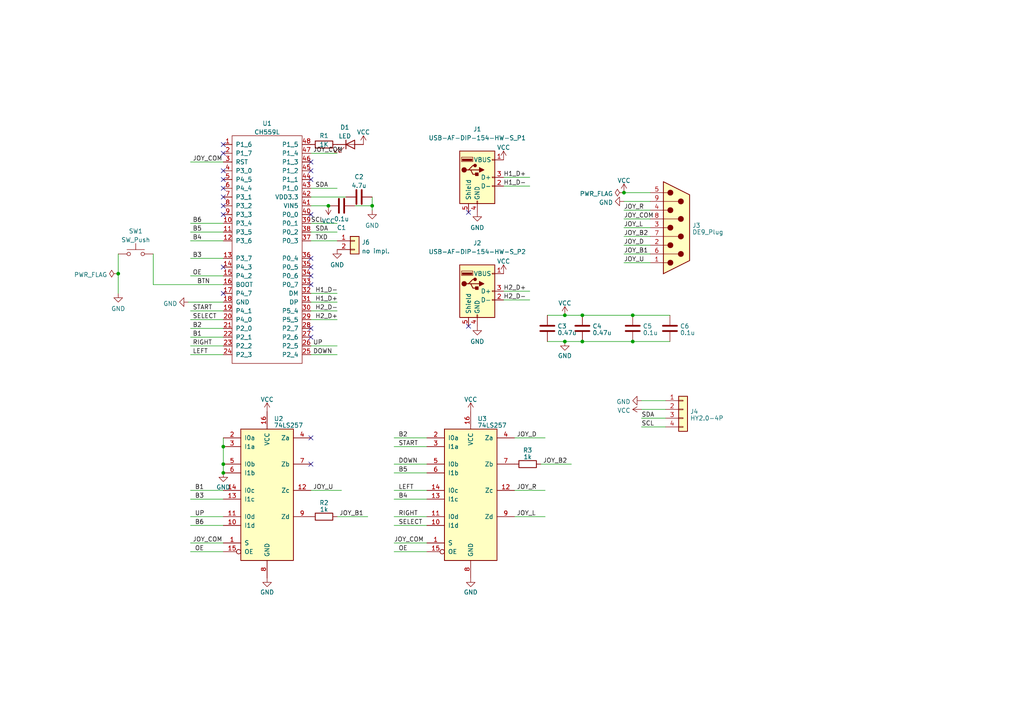
<source format=kicad_sch>
(kicad_sch (version 20230121) (generator eeschema)
  (paper "A4")
  (lib_symbols
    (symbol "74xx:74LS257" (pin_names (offset 1.016))
      (property "Reference" "U" (at -7.62 19.05 0))
      (property "Value" "74LS257" (at -7.62 -21.59 0))
      (symbol "74LS257_1_0"
        (pin input line (at -12.7 -15.24 0) (length 5.08) (name "S") (number "1"))
        (pin input line (at -12.7 -10.16 0) (length 5.08) (name "I1d") (number "10"))
        (pin input line (at -12.7 -7.62 0) (length 5.08) (name "I0d") (number "11"))
        (pin tri_state line (at 12.7 0 180) (length 5.08) (name "Zc") (number "12"))
        (pin input line (at -12.7 -2.54 0) (length 5.08) (name "I1c") (number "13"))
        (pin input line (at -12.7 0 0) (length 5.08) (name "I0c") (number "14"))
        (pin input inverted (at -12.7 -17.78 0) (length 5.08) (name "OE") (number "15"))
        (pin power_in line (at 0 22.86 270) (length 5.08) (name "VCC") (number "16"))
        (pin input line (at -12.7 15.24 0) (length 5.08) (name "I0a") (number "2"))
        (pin input line (at -12.7 12.7 0) (length 5.08) (name "I1a") (number "3"))
        (pin tri_state line (at 12.7 15.24 180) (length 5.08) (name "Za") (number "4"))
        (pin input line (at -12.7 7.62 0) (length 5.08) (name "I0b") (number "5"))
        (pin input line (at -12.7 5.08 0) (length 5.08) (name "I1b") (number "6"))
        (pin tri_state line (at 12.7 7.62 180) (length 5.08) (name "Zb") (number "7"))
        (pin power_in line (at 0 -25.4 90) (length 5.08) (name "GND") (number "8"))
        (pin tri_state line (at 12.7 -7.62 180) (length 5.08) (name "Zd") (number "9"))
      )
      (symbol "74LS257_1_1"
        (rectangle (start -7.62 17.78) (end 7.62 -20.32) (stroke (width 0.254)) (fill (type background)))
      )
    )
    (symbol "Connector:DE9_Plug" (pin_names (offset 1.016) hide)
      (property "Reference" "J" (at 0 13.97 0))
      (property "Value" "DE9_Plug" (at 0 -14.605 0))
      (symbol "DE9_Plug_0_1"
        (circle (center -1.778 -10.16) (radius 0.762) (fill (type outline)))
        (circle (center -1.778 -5.08) (radius 0.762) (fill (type outline)))
        (circle (center -1.778 0) (radius 0.762) (fill (type outline)))
        (circle (center -1.778 5.08) (radius 0.762) (fill (type outline)))
        (circle (center -1.778 10.16) (radius 0.762) (fill (type outline)))
        (polyline (pts (xy -3.81 -10.16) (xy -2.54 -10.16)))
        (polyline (pts (xy -3.81 -7.62) (xy 0.508 -7.62)))
        (polyline (pts (xy -3.81 -5.08) (xy -2.54 -5.08)))
        (polyline (pts (xy -3.81 -2.54) (xy 0.508 -2.54)))
        (polyline (pts (xy -3.81 0) (xy -2.54 0)))
        (polyline (pts (xy -3.81 2.54) (xy 0.508 2.54)))
        (polyline (pts (xy -3.81 5.08) (xy -2.54 5.08)))
        (polyline (pts (xy -3.81 7.62) (xy 0.508 7.62)))
        (polyline (pts (xy -3.81 10.16) (xy -2.54 10.16)))
        (polyline (pts (xy -3.81 -13.335) (xy -3.81 13.335) (xy 3.81 9.525) (xy 3.81 -9.525) (xy -3.81 -13.335)) (stroke (width 0.254)) (fill (type background)))
        (circle (center 1.27 -7.62) (radius 0.762) (fill (type outline)))
        (circle (center 1.27 -2.54) (radius 0.762) (fill (type outline)))
        (circle (center 1.27 2.54) (radius 0.762) (fill (type outline)))
        (circle (center 1.27 7.62) (radius 0.762) (fill (type outline)))
      )
      (symbol "DE9_Plug_1_1"
        (pin passive line (at -7.62 -10.16 0) (length 3.81) (name "1") (number "1"))
        (pin passive line (at -7.62 -5.08 0) (length 3.81) (name "2") (number "2"))
        (pin passive line (at -7.62 0 0) (length 3.81) (name "3") (number "3"))
        (pin passive line (at -7.62 5.08 0) (length 3.81) (name "4") (number "4"))
        (pin passive line (at -7.62 10.16 0) (length 3.81) (name "5") (number "5"))
        (pin passive line (at -7.62 -7.62 0) (length 3.81) (name "6") (number "6"))
        (pin passive line (at -7.62 -2.54 0) (length 3.81) (name "7") (number "7"))
        (pin passive line (at -7.62 2.54 0) (length 3.81) (name "8") (number "8"))
        (pin passive line (at -7.62 7.62 0) (length 3.81) (name "9") (number "9"))
      )
    )
    (symbol "Connector:USB_A" (pin_names (offset 1.016))
      (property "Reference" "J" (at -5.08 11.43 0))
      (property "Value" "USB_A" (at -5.08 8.89 0))
      (symbol "USB_A_0_1"
        (rectangle (start -5.08 -7.62) (end 5.08 7.62) (stroke (width 0.254)) (fill (type background)))
        (circle (center -3.81 2.159) (radius 0.635) (stroke (width 0.254)) (fill (type outline)))
        (rectangle (start -1.524 4.826) (end -4.318 5.334) (fill (type outline)))
        (rectangle (start -1.27 4.572) (end -4.572 5.842))
        (circle (center -0.635 3.429) (radius 0.381) (stroke (width 0.254)) (fill (type outline)))
        (rectangle (start -0.127 -7.62) (end 0.127 -6.858))
        (polyline (pts (xy -3.175 2.159) (xy -2.54 2.159) (xy -1.27 3.429) (xy -0.635 3.429)) (stroke (width 0.254)))
        (polyline (pts (xy -2.54 2.159) (xy -1.905 2.159) (xy -1.27 0.889) (xy 0 0.889)) (stroke (width 0.254)))
        (polyline (pts (xy 0.635 2.794) (xy 0.635 1.524) (xy 1.905 2.159) (xy 0.635 2.794)) (stroke (width 0.254)) (fill (type outline)))
        (rectangle (start 0.254 1.27) (end -0.508 0.508) (stroke (width 0.254)) (fill (type outline)))
        (rectangle (start 5.08 -2.667) (end 4.318 -2.413))
        (rectangle (start 5.08 -0.127) (end 4.318 0.127))
        (rectangle (start 5.08 4.953) (end 4.318 5.207))
      )
      (symbol "USB_A_1_1"
        (polyline (pts (xy -1.905 2.159) (xy 0.635 2.159)) (stroke (width 0.254)))
        (pin power_in line (at 7.62 5.08 180) (length 2.54) (name "VBUS") (number "1"))
        (pin bidirectional line (at 7.62 -2.54 180) (length 2.54) (name "D-") (number "2"))
        (pin bidirectional line (at 7.62 0 180) (length 2.54) (name "D+") (number "3"))
        (pin power_in line (at 0 -10.16 90) (length 2.54) (name "GND") (number "4"))
        (pin passive line (at -2.54 -10.16 90) (length 2.54) (name "Shield") (number "5"))
      )
    )
    (symbol "Connector_Generic:Conn_01x02" (pin_names (offset 1.016) hide)
      (property "Reference" "J" (at 0 2.54 0))
      (property "Value" "Conn_01x02" (at 0 -5.08 0))
      (symbol "Conn_01x02_1_1"
        (rectangle (start -1.27 -2.413) (end 0 -2.667) (stroke (width 0.1524)))
        (rectangle (start -1.27 0.127) (end 0 -0.127) (stroke (width 0.1524)))
        (rectangle (start -1.27 1.27) (end 1.27 -3.81) (stroke (width 0.254)) (fill (type background)))
        (pin passive line (at -5.08 0 0) (length 3.81) (name "Pin_1") (number "1"))
        (pin passive line (at -5.08 -2.54 0) (length 3.81) (name "Pin_2") (number "2"))
      )
    )
    (symbol "Connector_Generic:Conn_01x04" (pin_names (offset 1.016) hide)
      (property "Reference" "J" (at 0 5.08 0))
      (property "Value" "Conn_01x04" (at 0 -7.62 0))
      (symbol "Conn_01x04_1_1"
        (rectangle (start -1.27 -4.953) (end 0 -5.207) (stroke (width 0.1524)))
        (rectangle (start -1.27 -2.413) (end 0 -2.667) (stroke (width 0.1524)))
        (rectangle (start -1.27 0.127) (end 0 -0.127) (stroke (width 0.1524)))
        (rectangle (start -1.27 2.667) (end 0 2.413) (stroke (width 0.1524)))
        (rectangle (start -1.27 3.81) (end 1.27 -6.35) (stroke (width 0.254)) (fill (type background)))
        (pin passive line (at -5.08 2.54 0) (length 3.81) (name "Pin_1") (number "1"))
        (pin passive line (at -5.08 0 0) (length 3.81) (name "Pin_2") (number "2"))
        (pin passive line (at -5.08 -2.54 0) (length 3.81) (name "Pin_3") (number "3"))
        (pin passive line (at -5.08 -5.08 0) (length 3.81) (name "Pin_4") (number "4"))
      )
    )
    (symbol "Device:C" (pin_numbers hide) (pin_names (offset 0.254))
      (property "Reference" "C" (at 0.635 2.54 0))
      (property "Value" "C" (at 0.635 -2.54 0))
      (symbol "C_0_1"
        (polyline (pts (xy -2.032 -0.762) (xy 2.032 -0.762)) (stroke (width 0.508)))
        (polyline (pts (xy -2.032 0.762) (xy 2.032 0.762)) (stroke (width 0.508)))
      )
      (symbol "C_1_1"
        (pin passive line (at 0 3.81 270) (length 2.794) (name "~") (number "1"))
        (pin passive line (at 0 -3.81 90) (length 2.794) (name "~") (number "2"))
      )
    )
    (symbol "Device:LED" (pin_numbers hide) (pin_names (offset 1.016) hide)
      (property "Reference" "D" (at 0 2.54 0))
      (property "Value" "LED" (at 0 -2.54 0))
      (symbol "LED_0_1"
        (polyline (pts (xy -1.27 -1.27) (xy -1.27 1.27)) (stroke (width 0.254)))
        (polyline (pts (xy -1.27 0) (xy 1.27 0)))
        (polyline (pts (xy 1.27 -1.27) (xy 1.27 1.27) (xy -1.27 0) (xy 1.27 -1.27)) (stroke (width 0.254)))
        (polyline (pts (xy -3.048 -0.762) (xy -4.572 -2.286) (xy -3.81 -2.286) (xy -4.572 -2.286) (xy -4.572 -1.524)))
        (polyline (pts (xy -1.778 -0.762) (xy -3.302 -2.286) (xy -2.54 -2.286) (xy -3.302 -2.286) (xy -3.302 -1.524)))
      )
      (symbol "LED_1_1"
        (pin passive line (at -3.81 0 0) (length 2.54) (name "K") (number "1"))
        (pin passive line (at 3.81 0 180) (length 2.54) (name "A") (number "2"))
      )
    )
    (symbol "Device:R" (pin_numbers hide) (pin_names (offset 0))
      (property "Reference" "R" (at 2.032 0 90))
      (property "Value" "R" (at 0 0 90))
      (symbol "R_0_1"
        (rectangle (start -1.016 -2.54) (end 1.016 2.54) (stroke (width 0.254)))
      )
      (symbol "R_1_1"
        (pin passive line (at 0 3.81 270) (length 1.27) (name "~") (number "1"))
        (pin passive line (at 0 -3.81 90) (length 1.27) (name "~") (number "2"))
      )
    )
    (symbol "Switch:SW_Push" (pin_numbers hide) (pin_names (offset 1.016) hide)
      (property "Reference" "SW" (at 1.27 2.54 0))
      (property "Value" "SW_Push" (at 0 -1.524 0))
      (symbol "SW_Push_0_1"
        (circle (center -2.032 0) (radius 0.508))
        (polyline (pts (xy 0 1.27) (xy 0 3.048)))
        (polyline (pts (xy 2.54 1.27) (xy -2.54 1.27)))
        (circle (center 2.032 0) (radius 0.508))
        (pin passive line (at -5.08 0 0) (length 2.54) (name "1") (number "1"))
        (pin passive line (at 5.08 0 180) (length 2.54) (name "2") (number "2"))
      )
    )
    (symbol "power:GND" (power) (pin_names (offset 0))
      (property "Value" "GND" (at 0 -3.81 0))
      (symbol "GND_0_1"
        (polyline (pts (xy 0 0) (xy 0 -1.27) (xy 1.27 -1.27) (xy 0 -2.54) (xy -1.27 -1.27) (xy 0 -1.27)))
      )
      (symbol "GND_1_1"
        (pin power_in line (at 0 0 270) (length 0) hide (name "GND") (number "1"))
      )
    )
    (symbol "power:PWR_FLAG" (power) (pin_numbers hide) (pin_names (offset 0) hide)
      (property "Value" "PWR_FLAG" (at 0 3.81 0))
      (symbol "PWR_FLAG_0_0"
        (pin power_out line (at 0 0 90) (length 0) (name "pwr") (number "1"))
      )
      (symbol "PWR_FLAG_0_1"
        (polyline (pts (xy 0 0) (xy 0 1.27) (xy -1.016 1.905) (xy 0 2.54) (xy 1.016 1.905) (xy 0 1.27)))
      )
    )
    (symbol "power:VCC" (power) (pin_names (offset 0))
      (property "Value" "VCC" (at 0 3.81 0))
      (symbol "VCC_0_1"
        (polyline (pts (xy -0.762 1.27) (xy 0 2.54)))
        (polyline (pts (xy 0 0) (xy 0 2.54)))
        (polyline (pts (xy 0 2.54) (xy 0.762 1.27)))
      )
      (symbol "VCC_1_1"
        (pin power_in line (at 0 0 90) (length 0) hide (name "VCC") (number "1"))
      )
    )
    (symbol "toyoshim:CH559" (pin_names (offset 1.016))
      (property "Reference" "U" (at 0 36.83 0))
      (property "Value" "CH559" (at 0 34.29 0))
      (symbol "CH559_0_1"
        (rectangle (start -10.16 31.75) (end 10.16 -34.29))
      )
      (symbol "CH559_1_1"
        (pin tri_state line (at -12.7 29.21 0) (length 2.54) (name "P1_6") (number "1"))
        (pin tri_state line (at -12.7 6.35 0) (length 2.54) (name "P3_4") (number "10"))
        (pin tri_state line (at -12.7 3.81 0) (length 2.54) (name "P3_5") (number "11"))
        (pin tri_state line (at -12.7 1.27 0) (length 2.54) (name "P3_6") (number "12"))
        (pin tri_state line (at -12.7 -3.81 0) (length 2.54) (name "P3_7") (number "13"))
        (pin tri_state line (at -12.7 -6.35 0) (length 2.54) (name "P4_3") (number "14"))
        (pin tri_state line (at -12.7 -8.89 0) (length 2.54) (name "P4_2") (number "15"))
        (pin tri_state line (at -12.7 -11.43 0) (length 2.54) (name "BOOT") (number "16"))
        (pin tri_state line (at -12.7 -13.97 0) (length 2.54) (name "P4_7") (number "17"))
        (pin power_in line (at -12.7 -16.51 0) (length 2.54) (name "GND") (number "18"))
        (pin tri_state line (at -12.7 -19.05 0) (length 2.54) (name "P4_1") (number "19"))
        (pin tri_state line (at -12.7 26.67 0) (length 2.54) (name "P1_7") (number "2"))
        (pin tri_state line (at -12.7 -21.59 0) (length 2.54) (name "P4_0") (number "20"))
        (pin tri_state line (at -12.7 -24.13 0) (length 2.54) (name "P2_0") (number "21"))
        (pin tri_state line (at -12.7 -26.67 0) (length 2.54) (name "P2_1") (number "22"))
        (pin tri_state line (at -12.7 -29.21 0) (length 2.54) (name "P2_2") (number "23"))
        (pin tri_state line (at -12.7 -31.75 0) (length 2.54) (name "P2_3") (number "24"))
        (pin tri_state line (at 12.7 -31.75 180) (length 2.54) (name "P2_4") (number "25"))
        (pin tri_state line (at 12.7 -29.21 180) (length 2.54) (name "P2_5") (number "26"))
        (pin tri_state line (at 12.7 -26.67 180) (length 2.54) (name "P2_6") (number "27"))
        (pin tri_state line (at 12.7 -24.13 180) (length 2.54) (name "P2_7") (number "28"))
        (pin tri_state line (at 12.7 -21.59 180) (length 2.54) (name "P5_5") (number "29"))
        (pin tri_state line (at -12.7 24.13 0) (length 2.54) (name "RST") (number "3"))
        (pin tri_state line (at 12.7 -19.05 180) (length 2.54) (name "P5_4") (number "30"))
        (pin tri_state line (at 12.7 -16.51 180) (length 2.54) (name "DP") (number "31"))
        (pin tri_state line (at 12.7 -13.97 180) (length 2.54) (name "DM") (number "32"))
        (pin tri_state line (at 12.7 -11.43 180) (length 2.54) (name "P0_7") (number "33"))
        (pin tri_state line (at 12.7 -8.89 180) (length 2.54) (name "P0_6") (number "34"))
        (pin tri_state line (at 12.7 -6.35 180) (length 2.54) (name "P0_5") (number "35"))
        (pin tri_state line (at 12.7 -3.81 180) (length 2.54) (name "P0_4") (number "36"))
        (pin tri_state line (at 12.7 1.27 180) (length 2.54) (name "P0_3") (number "37"))
        (pin tri_state line (at 12.7 3.81 180) (length 2.54) (name "P0_2") (number "38"))
        (pin tri_state line (at 12.7 6.35 180) (length 2.54) (name "P0_1") (number "39"))
        (pin tri_state line (at -12.7 21.59 0) (length 2.54) (name "P3_0") (number "4"))
        (pin tri_state line (at 12.7 8.89 180) (length 2.54) (name "P0_0") (number "40"))
        (pin power_in line (at 12.7 11.43 180) (length 2.54) (name "VIN5") (number "41"))
        (pin power_out line (at 12.7 13.97 180) (length 2.54) (name "VDD3.3") (number "42"))
        (pin tri_state line (at 12.7 16.51 180) (length 2.54) (name "P1_0") (number "43"))
        (pin tri_state line (at 12.7 19.05 180) (length 2.54) (name "P1_1") (number "44"))
        (pin tri_state line (at 12.7 21.59 180) (length 2.54) (name "P1_2") (number "45"))
        (pin tri_state line (at 12.7 24.13 180) (length 2.54) (name "P1_3") (number "46"))
        (pin tri_state line (at 12.7 26.67 180) (length 2.54) (name "P1_4") (number "47"))
        (pin tri_state line (at 12.7 29.21 180) (length 2.54) (name "P1_5") (number "48"))
        (pin tri_state line (at -12.7 19.05 0) (length 2.54) (name "P4_5") (number "5"))
        (pin tri_state line (at -12.7 16.51 0) (length 2.54) (name "P4_4") (number "6"))
        (pin tri_state line (at -12.7 13.97 0) (length 2.54) (name "P3_1") (number "7"))
        (pin tri_state line (at -12.7 11.43 0) (length 2.54) (name "P3_2") (number "8"))
        (pin tri_state line (at -12.7 8.89 0) (length 2.54) (name "P3_3") (number "9"))
      )
    )
  )
  (junction (at 64.77 134.62))
  (junction (at 183.515 91.44))
  (junction (at 64.77 137.16))
  (junction (at 163.83 91.44))
  (junction (at 168.91 91.44))
  (junction (at 183.515 99.06))
  (junction (at 64.77 129.54))
  (junction (at 163.83 99.06))
  (junction (at 34.29 79.375))
  (junction (at 95.25 59.69))
  (junction (at 180.975 55.88))
  (junction (at 107.95 59.69))
  (junction (at 168.91 99.06))
  (no_connect (at 90.17 46.99))
  (no_connect (at 64.77 85.09))
  (no_connect (at 64.77 62.23))
  (no_connect (at 90.17 82.55))
  (no_connect (at 90.17 52.07))
  (no_connect (at 64.77 49.53))
  (no_connect (at 90.17 97.79))
  (no_connect (at 90.17 80.01))
  (no_connect (at 64.77 41.91))
  (no_connect (at 64.77 44.45))
  (no_connect (at 64.77 54.61))
  (no_connect (at 135.89 61.595))
  (no_connect (at 135.89 94.615))
  (no_connect (at 90.17 134.62))
  (no_connect (at 90.17 49.53))
  (no_connect (at 64.77 57.15))
  (no_connect (at 90.17 95.25))
  (no_connect (at 64.77 59.69))
  (no_connect (at 90.17 127))
  (no_connect (at 64.77 77.47))
  (no_connect (at 90.17 62.23))
  (no_connect (at 90.17 74.93))
  (no_connect (at 64.77 52.07))
  (no_connect (at 90.17 77.47))
  (wire (pts (xy 55.245 69.85) (xy 64.77 69.85)))
  (wire (pts (xy 64.77 127) (xy 64.77 129.54)))
  (wire (pts (xy 107.95 59.69) (xy 107.95 60.96)))
  (wire (pts (xy 55.245 157.48) (xy 64.77 157.48)))
  (wire (pts (xy 180.975 58.42) (xy 188.595 58.42)))
  (wire (pts (xy 55.245 142.24) (xy 64.77 142.24)))
  (wire (pts (xy 180.975 73.66) (xy 188.595 73.66)))
  (wire (pts (xy 146.05 86.995) (xy 153.67 86.995)))
  (wire (pts (xy 149.225 149.86) (xy 158.115 149.86)))
  (wire (pts (xy 186.055 121.285) (xy 193.04 121.285)))
  (wire (pts (xy 55.245 80.01) (xy 64.77 80.01)))
  (wire (pts (xy 163.83 91.44) (xy 168.91 91.44)))
  (wire (pts (xy 107.95 57.15) (xy 107.95 59.69)))
  (wire (pts (xy 55.245 92.71) (xy 64.77 92.71)))
  (wire (pts (xy 180.975 55.88) (xy 188.595 55.88)))
  (wire (pts (xy 183.515 91.44) (xy 194.31 91.44)))
  (wire (pts (xy 55.245 67.31) (xy 64.77 67.31)))
  (wire (pts (xy 90.17 100.33) (xy 97.79 100.33)))
  (wire (pts (xy 158.75 91.44) (xy 163.83 91.44)))
  (wire (pts (xy 114.3 137.16) (xy 123.825 137.16)))
  (wire (pts (xy 180.975 63.5) (xy 188.595 63.5)))
  (wire (pts (xy 64.77 134.62) (xy 64.77 137.16)))
  (wire (pts (xy 114.3 149.86) (xy 123.825 149.86)))
  (wire (pts (xy 180.975 76.2) (xy 188.595 76.2)))
  (wire (pts (xy 44.45 82.55) (xy 64.77 82.55)))
  (wire (pts (xy 186.055 123.825) (xy 193.04 123.825)))
  (wire (pts (xy 163.83 99.06) (xy 168.91 99.06)))
  (wire (pts (xy 90.17 102.87) (xy 97.79 102.87)))
  (wire (pts (xy 114.3 134.62) (xy 123.825 134.62)))
  (wire (pts (xy 180.975 60.96) (xy 188.595 60.96)))
  (wire (pts (xy 34.29 73.66) (xy 34.29 79.375)))
  (wire (pts (xy 114.3 127) (xy 123.825 127)))
  (wire (pts (xy 90.17 59.69) (xy 95.25 59.69)))
  (wire (pts (xy 90.17 44.45) (xy 97.79 44.45)))
  (wire (pts (xy 55.245 100.33) (xy 64.77 100.33)))
  (wire (pts (xy 55.245 160.02) (xy 64.77 160.02)))
  (wire (pts (xy 34.29 79.375) (xy 34.29 85.09)))
  (wire (pts (xy 168.91 91.44) (xy 183.515 91.44)))
  (wire (pts (xy 114.3 144.78) (xy 123.825 144.78)))
  (wire (pts (xy 64.77 129.54) (xy 64.77 134.62)))
  (wire (pts (xy 90.17 69.85) (xy 97.79 69.85)))
  (wire (pts (xy 90.17 85.09) (xy 97.79 85.09)))
  (wire (pts (xy 55.245 102.87) (xy 64.77 102.87)))
  (wire (pts (xy 55.245 149.86) (xy 64.77 149.86)))
  (wire (pts (xy 186.055 118.745) (xy 193.04 118.745)))
  (wire (pts (xy 55.245 90.17) (xy 64.77 90.17)))
  (wire (pts (xy 55.245 97.79) (xy 64.77 97.79)))
  (wire (pts (xy 180.975 68.58) (xy 188.595 68.58)))
  (wire (pts (xy 102.87 59.69) (xy 107.95 59.69)))
  (wire (pts (xy 90.17 87.63) (xy 97.79 87.63)))
  (wire (pts (xy 149.225 127) (xy 158.115 127)))
  (wire (pts (xy 90.17 92.71) (xy 97.79 92.71)))
  (wire (pts (xy 168.91 99.06) (xy 183.515 99.06)))
  (wire (pts (xy 114.3 129.54) (xy 123.825 129.54)))
  (wire (pts (xy 55.245 144.78) (xy 64.77 144.78)))
  (wire (pts (xy 90.17 64.77) (xy 97.79 64.77)))
  (wire (pts (xy 183.515 99.06) (xy 194.31 99.06)))
  (wire (pts (xy 114.3 157.48) (xy 123.825 157.48)))
  (wire (pts (xy 97.79 149.86) (xy 106.68 149.86)))
  (wire (pts (xy 149.225 142.24) (xy 158.115 142.24)))
  (wire (pts (xy 114.3 160.02) (xy 123.825 160.02)))
  (wire (pts (xy 44.45 82.55) (xy 44.45 73.66)))
  (wire (pts (xy 90.17 67.31) (xy 97.79 67.31)))
  (wire (pts (xy 55.245 46.99) (xy 64.77 46.99)))
  (wire (pts (xy 180.975 71.12) (xy 188.595 71.12)))
  (wire (pts (xy 54.61 87.63) (xy 64.77 87.63)))
  (wire (pts (xy 146.05 51.435) (xy 153.67 51.435)))
  (wire (pts (xy 90.17 54.61) (xy 97.79 54.61)))
  (wire (pts (xy 180.975 66.04) (xy 188.595 66.04)))
  (wire (pts (xy 90.17 57.15) (xy 100.33 57.15)))
  (wire (pts (xy 156.845 134.62) (xy 165.735 134.62)))
  (wire (pts (xy 55.245 152.4) (xy 64.77 152.4)))
  (wire (pts (xy 158.75 99.06) (xy 163.83 99.06)))
  (wire (pts (xy 90.17 142.24) (xy 99.06 142.24)))
  (wire (pts (xy 55.245 64.77) (xy 64.77 64.77)))
  (wire (pts (xy 186.055 116.205) (xy 193.04 116.205)))
  (wire (pts (xy 55.245 74.93) (xy 64.77 74.93)))
  (wire (pts (xy 146.05 53.975) (xy 153.67 53.975)))
  (wire (pts (xy 90.17 90.17) (xy 97.79 90.17)))
  (wire (pts (xy 146.05 84.455) (xy 153.67 84.455)))
  (wire (pts (xy 114.3 142.24) (xy 123.825 142.24)))
  (wire (pts (xy 55.245 95.25) (xy 64.77 95.25)))
  (wire (pts (xy 114.3 152.4) (xy 123.825 152.4)))
  (label "H2_D+" (at 146.05 84.455 0))
  (label "B5" (at 115.57 137.16 0))
  (label "UP" (at 56.515 149.86 0))
  (label "H1_D+" (at 91.44 87.63 0))
  (label "SDA" (at 91.44 67.31 0))
  (label "H2_D-" (at 91.44 90.17 0))
  (label "START" (at 55.88 90.17 0))
  (label "JOY_L" (at 149.86 149.86 0))
  (label "RIGHT" (at 55.88 100.33 0))
  (label "RIGHT" (at 115.57 149.86 0))
  (label "TXD" (at 91.44 69.85 0))
  (label "OE" (at 115.57 160.02 0))
  (label "JOY_B2" (at 180.975 68.58 0))
  (label "JOY_B1" (at 180.975 73.66 0))
  (label "BTN" (at 57.15 82.55 0))
  (label "JOY_COM" (at 180.975 63.5 0))
  (label "SELECT" (at 55.88 92.71 0))
  (label "JOY_R" (at 180.975 60.96 0))
  (label "B2" (at 55.88 95.25 0))
  (label "B2" (at 115.57 127 0))
  (label "SDA" (at 91.44 54.61 0))
  (label "JOY_B1" (at 98.425 149.86 0))
  (label "B5" (at 55.88 67.31 0))
  (label "DOWN" (at 115.57 134.62 0))
  (label "H1_D-" (at 91.44 85.09 0))
  (label "JOY_L" (at 180.975 66.04 0))
  (label "JOY_D" (at 180.975 71.12 0))
  (label "H2_D-" (at 146.05 86.995 0))
  (label "JOY_D" (at 149.86 127 0))
  (label "SELECT" (at 115.57 152.4 0))
  (label "H2_D+" (at 91.44 92.71 0))
  (label "START" (at 115.57 129.54 0))
  (label "H1_D-" (at 146.05 53.975 0))
  (label "JOY_R" (at 149.86 142.24 0))
  (label "JOY_U" (at 90.805 142.24 0))
  (label "LEFT" (at 115.57 142.24 0))
  (label "JOY_COM" (at 55.88 157.48 0))
  (label "B4" (at 115.57 144.78 0))
  (label "UP" (at 90.805 100.33 0))
  (label "B1" (at 55.88 97.79 0))
  (label "SDA" (at 186.055 121.285 0))
  (label "B6" (at 55.88 64.77 0))
  (label "B1" (at 56.515 142.24 0))
  (label "JOY_COM" (at 55.88 46.99 0))
  (label "JOY_COM" (at 90.805 44.45 0))
  (label "B3" (at 56.515 144.78 0))
  (label "JOY_COM" (at 114.3 157.48 0))
  (label "SCL" (at 90.17 64.77 0))
  (label "LEFT" (at 55.88 102.87 0))
  (label "B6" (at 56.515 152.4 0))
  (label "OE" (at 55.88 80.01 0))
  (label "JOY_U" (at 180.975 76.2 0))
  (label "B3" (at 55.88 74.93 0))
  (label "OE" (at 56.515 160.02 0))
  (label "JOY_B2" (at 157.48 134.62 0))
  (label "DOWN" (at 90.805 102.87 0))
  (label "B4" (at 55.88 69.85 0))
  (label "H1_D+" (at 146.05 51.435 0))
  (label "SCL" (at 186.055 123.825 0))
  (symbol (lib_id "power:VCC") (at 163.83 91.44 0) (unit 1)
    (property "Reference" "#PWR012" (effects hide))
    (property "Value" "VCC" (at 163.83 87.9381 0))
  )
  (symbol (lib_id "power:VCC") (at 77.47 119.38 0) (unit 1)
    (property "Reference" "#PWR013" (effects hide))
    (property "Value" "VCC" (at 77.47 115.8781 0))
  )
  (symbol (lib_id "power:VCC") (at 146.05 79.375 0) (unit 1)
    (property "Reference" "#PWR09" (effects hide))
    (property "Value" "VCC" (at 146.05 75.7992 0))
  )
  (symbol (lib_id "Connector:DE9_Plug") (at 196.215 66.04 0) (unit 1)
    (property "Reference" "J3" (at 200.787 65.3963 0) (effects (justify left)))
    (property "Value" "DE9_Plug" (at 200.787 67.3173 0) (effects (justify left)))
    (property "Footprint" "toyoshim:DSUB-9_Female_TE_2301844_1" (effects hide))
    (property "Datasheet" " ~" (effects hide))
    (property "LCSC" "C3135162" (effects hide))
  )
  (symbol (lib_id "Connector:USB_A") (at 138.43 51.435 0) (unit 1)
    (property "Reference" "J1" (at 138.43 37.4681 0))
    (property "Value" "USB-AF-DIP-154-HW-S_P1" (at 138.43 40.005 0))
    (property "Footprint" "toyoshim:USB-A-TH_JTJ-USB-A-F-10.0-010" (effects hide))
    (property "Datasheet" " ~" (effects hide))
    (property "LCSC" "C42576" (effects hide))
  )
  (symbol (lib_id "74xx:74LS257") (at 136.525 142.24 0) (unit 1)
    (property "Reference" "U3" (at 138.4809 121.4501 0) (effects (justify left)))
    (property "Value" "74LS257" (at 138.4809 123.3711 0) (effects (justify left)))
    (property "Footprint" "Package_SO:TSSOP-16_4.4x5mm_P0.65mm" (effects hide))
    (property "Datasheet" "http://www.ti.com/lit/gpn/sn74LS257" (effects hide))
    (property "LCSC" "C2868824" (effects hide))
  )
  (symbol (lib_id "power:VCC") (at 146.05 46.355 0) (unit 1)
    (property "Reference" "#PWR08" (effects hide))
    (property "Value" "VCC" (at 146.05 42.7792 0))
  )
  (symbol (lib_id "power:VCC") (at 105.41 41.91 0) (unit 1)
    (property "Reference" "#PWR03" (effects hide))
    (property "Value" "VCC" (at 105.41 38.3342 0))
  )
  (symbol (lib_id "power:GND") (at 138.43 94.615 0) (unit 1)
    (property "Reference" "#PWR06" (effects hide))
    (property "Value" "GND" (at 138.43 99.0584 0))
  )
  (symbol (lib_id "Device:C") (at 183.515 95.25 0) (unit 1)
    (property "Reference" "C5" (at 186.436 94.6063 0) (effects (justify left)))
    (property "Value" "0.1u" (at 186.436 96.5273 0) (effects (justify left)))
    (property "Footprint" "Capacitor_SMD:C_0402_1005Metric" (effects hide))
  )
  (symbol (lib_id "power:GND") (at 64.77 137.16 0) (unit 1)
    (property "Reference" "#PWR019" (effects hide))
    (property "Value" "GND" (at 64.77 141.2955 0))
  )
  (symbol (lib_id "power:GND") (at 186.055 116.205 270) (unit 1)
    (property "Reference" "#PWR021" (effects hide))
    (property "Value" "GND" (at 182.8801 116.5218 90) (effects (justify right)))
  )
  (symbol (lib_id "Device:R") (at 153.035 134.62 90) (unit 1)
    (property "Reference" "R3" (at 153.035 130.5941 90))
    (property "Value" "1k" (at 153.035 132.5151 90))
    (property "Footprint" "Resistor_SMD:R_0402_1005Metric" (effects hide))
  )
  (symbol (lib_id "Device:C") (at 158.75 95.25 0) (unit 1)
    (property "Reference" "C3" (at 161.671 94.6063 0) (effects (justify left)))
    (property "Value" "0.47u" (at 161.671 96.5273 0) (effects (justify left)))
    (property "Footprint" "Capacitor_SMD:C_0402_1005Metric" (effects hide))
  )
  (symbol (lib_id "power:GND") (at 138.43 61.595 0) (unit 1)
    (property "Reference" "#PWR05" (effects hide))
    (property "Value" "GND" (at 138.43 66.0384 0))
  )
  (symbol (lib_id "Device:C") (at 104.14 57.15 90) (unit 1)
    (property "Reference" "C2" (at 104.14 51.2912 90))
    (property "Value" "4.7u" (at 104.14 53.8281 90))
    (property "Footprint" "Capacitor_SMD:C_0402_1005Metric" (effects hide))
  )
  (symbol (lib_id "74xx:74LS257") (at 77.47 142.24 0) (unit 1)
    (property "Reference" "U2" (at 79.4259 121.4501 0) (effects (justify left)))
    (property "Value" "74LS257" (at 79.4259 123.3711 0) (effects (justify left)))
    (property "Footprint" "Package_SO:TSSOP-16_4.4x5mm_P0.65mm" (effects hide))
    (property "Datasheet" "http://www.ti.com/lit/gpn/sn74LS257" (effects hide))
    (property "LCSC" "C2868824" (effects hide))
  )
  (symbol (lib_id "power:PWR_FLAG") (at 34.29 79.375 90) (unit 1)
    (property "Reference" "#FLG02" (effects hide))
    (property "Value" "PWR_FLAG" (at 31.1151 79.6918 90) (effects (justify left)))
  )
  (symbol (lib_id "power:GND") (at 77.47 167.64 0) (unit 1)
    (property "Reference" "#PWR017" (effects hide))
    (property "Value" "GND" (at 77.47 171.7755 0))
  )
  (symbol (lib_id "Connector_Generic:Conn_01x02") (at 102.87 69.85 0) (unit 1)
    (property "Reference" "J6" (at 104.902 70.2853 0) (effects (justify left)))
    (property "Value" "no impl." (at 104.902 72.8222 0) (effects (justify left)))
    (property "Footprint" "Connector_PinHeader_2.54mm:PinHeader_2x01_P2.54mm_Vertical" (effects hide))
  )
  (symbol (lib_id "Device:LED") (at 101.6 41.91 0) (unit 1)
    (property "Reference" "D1" (at 100.0125 36.9402 0))
    (property "Value" "LED" (at 100.0125 39.4771 0))
    (property "Footprint" "LED_SMD:LED_0603_1608Metric_Pad1.05x0.95mm_HandSolder" (effects hide))
    (property "LCSC" "C965807" (effects hide))
  )
  (symbol (lib_id "Device:C") (at 168.91 95.25 0) (unit 1)
    (property "Reference" "C4" (at 171.831 94.6063 0) (effects (justify left)))
    (property "Value" "0.47u" (at 171.831 96.5273 0) (effects (justify left)))
    (property "Footprint" "Capacitor_SMD:C_0402_1005Metric" (effects hide))
  )
  (symbol (lib_id "Connector_Generic:Conn_01x04") (at 198.12 118.745 0) (unit 1)
    (property "Reference" "J4" (at 200.152 119.3713 0) (effects (justify left)))
    (property "Value" "HY2.0-4P" (at 200.152 121.2923 0) (effects (justify left)))
    (property "Footprint" "toyoshim:CONN-TH_4P-P2.00_HX20020-4A_2" (effects hide))
    (property "LCSC" "C7429580" (effects hide))
  )
  (symbol (lib_id "Connector:USB_A") (at 138.43 84.455 0) (unit 1)
    (property "Reference" "J2" (at 138.43 70.4881 0))
    (property "Value" "USB-AF-DIP-154-HW-S_P2" (at 138.43 73.025 0))
    (property "Footprint" "toyoshim:USB-A-TH_JTJ-USB-A-F-10.0-010" (effects hide))
    (property "Datasheet" " ~" (effects hide))
    (property "LCSC" "C42576" (effects hide))
  )
  (symbol (lib_id "power:VCC") (at 95.25 59.69 180) (unit 1)
    (property "Reference" "#PWR02" (effects hide))
    (property "Value" "VCC" (at 95.25 64.1334 0))
  )
  (symbol (lib_id "Device:R") (at 93.98 41.91 90) (unit 1)
    (property "Reference" "R1" (at 93.98 39.37 90))
    (property "Value" "1K" (at 93.98 41.91 90))
    (property "Footprint" "Resistor_SMD:R_0402_1005Metric" (effects hide))
  )
  (symbol (lib_id "power:GND") (at 107.95 60.96 0) (unit 1)
    (property "Reference" "#PWR04" (effects hide))
    (property "Value" "GND" (at 107.95 65.4034 0))
  )
  (symbol (lib_id "toyoshim:CH559") (at 77.47 71.12 0) (unit 1)
    (property "Reference" "U1" (at 77.47 35.7972 0))
    (property "Value" "CH559L" (at 77.47 38.3341 0))
    (property "Footprint" "Package_QFP:LQFP-48_7x7mm_P0.5mm" (effects hide))
    (property "LCSC" "C150548" (effects hide))
  )
  (symbol (lib_id "power:GND") (at 180.975 58.42 270) (unit 1)
    (property "Reference" "#PWR010" (effects hide))
    (property "Value" "GND" (at 177.8001 58.7368 90) (effects (justify right)))
  )
  (symbol (lib_id "power:VCC") (at 186.055 118.745 90) (unit 1)
    (property "Reference" "#PWR020" (effects hide))
    (property "Value" "VCC" (at 182.88 119.0618 90) (effects (justify left)))
  )
  (symbol (lib_id "power:GND") (at 97.79 72.39 0) (unit 1)
    (property "Reference" "#PWR015" (effects hide))
    (property "Value" "GND" (at 97.79 76.8334 0))
  )
  (symbol (lib_id "Switch:SW_Push") (at 39.37 73.66 0) (unit 1)
    (property "Reference" "SW1" (at 39.37 67.0392 0))
    (property "Value" "SW_Push" (at 39.37 69.5761 0))
    (property "Footprint" "toyoshim:TS-1159B" (effects hide))
    (property "LCSC" "C381055" (effects hide))
  )
  (symbol (lib_id "power:GND") (at 163.83 99.06 0) (unit 1)
    (property "Reference" "#PWR011" (effects hide))
    (property "Value" "GND" (at 163.83 103.1955 0))
  )
  (symbol (lib_id "Device:C") (at 99.06 59.69 90) (unit 1)
    (property "Reference" "C1" (at 99.06 66.04 90))
    (property "Value" "0.1u" (at 99.06 63.5 90))
    (property "Footprint" "Capacitor_SMD:C_0402_1005Metric" (effects hide))
  )
  (symbol (lib_id "power:GND") (at 136.525 167.64 0) (unit 1)
    (property "Reference" "#PWR018" (effects hide))
    (property "Value" "GND" (at 136.525 171.7755 0))
  )
  (symbol (lib_id "power:VCC") (at 136.525 119.38 0) (unit 1)
    (property "Reference" "#PWR016" (effects hide))
    (property "Value" "VCC" (at 136.525 115.8781 0))
  )
  (symbol (lib_id "power:GND") (at 34.29 85.09 0) (unit 1)
    (property "Reference" "#PWR014" (effects hide))
    (property "Value" "GND" (at 34.29 89.5334 0))
  )
  (symbol (lib_id "Device:R") (at 93.98 149.86 90) (unit 1)
    (property "Reference" "R2" (at 93.98 145.8341 90))
    (property "Value" "1k" (at 93.98 147.7551 90))
    (property "Footprint" "Resistor_SMD:R_0402_1005Metric" (effects hide))
  )
  (symbol (lib_id "power:VCC") (at 180.975 55.88 0) (unit 1)
    (property "Reference" "#PWR07" (effects hide))
    (property "Value" "VCC" (at 180.975 52.3781 0))
  )
  (symbol (lib_id "power:GND") (at 54.61 87.63 270) (unit 1)
    (property "Reference" "#PWR01" (effects hide))
    (property "Value" "GND" (at 51.4351 88.0638 90) (effects (justify right)))
  )
  (symbol (lib_id "Device:C") (at 194.31 95.25 0) (unit 1)
    (property "Reference" "C6" (at 197.231 94.6063 0) (effects (justify left)))
    (property "Value" "0.1u" (at 197.231 96.5273 0) (effects (justify left)))
    (property "Footprint" "Capacitor_SMD:C_0402_1005Metric" (effects hide))
  )
  (symbol (lib_id "power:PWR_FLAG") (at 180.975 55.88 90) (unit 1)
    (property "Reference" "#FLG01" (effects hide))
    (property "Value" "PWR_FLAG" (at 177.8001 56.1968 90) (effects (justify left)))
  )
)
</source>
